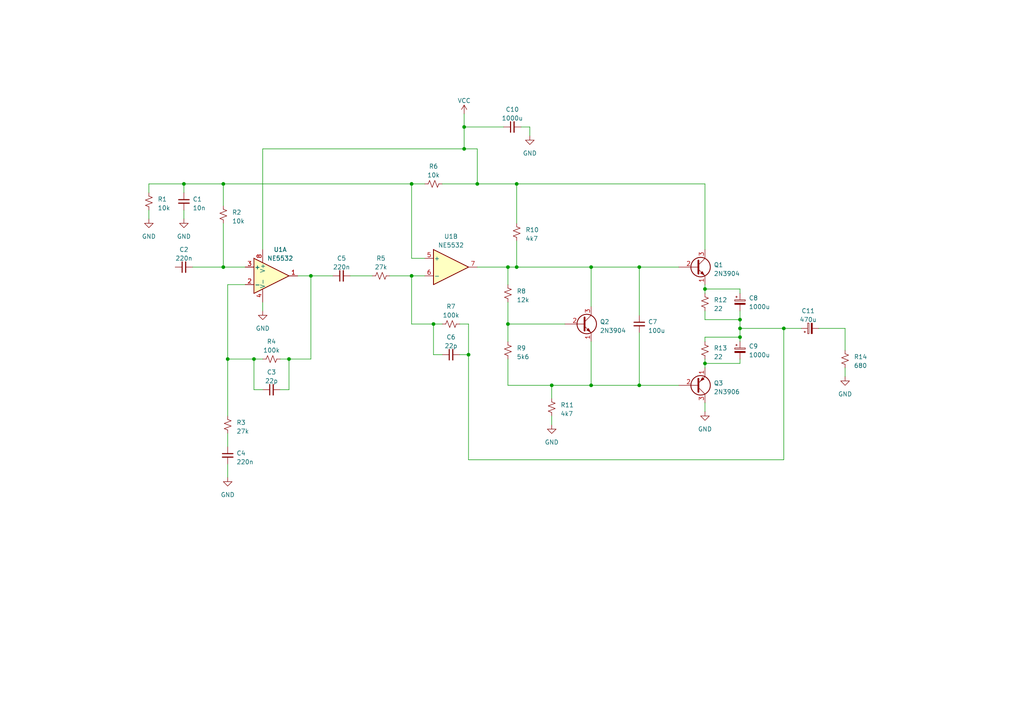
<source format=kicad_sch>
(kicad_sch (version 20230121) (generator eeschema)
  (paper "A4")
  (lib_symbols
    (symbol "Amplifier_Operational:NE5532" (pin_names (offset 0.127))
      (property "Reference" "U" (at 0 5.08 0))
      (property "Value" "NE5532" (at 0 -5.08 0))
      (symbol "NE5532_1_1"
        (polyline (pts (xy -5.08 5.08) (xy 5.08 0) (xy -5.08 -5.08) (xy -5.08 5.08)) (stroke (width 0.254)) (fill (type background)))
        (pin output line (at 7.62 0 180) (length 2.54) (name "~") (number "1"))
        (pin input line (at -7.62 -2.54 0) (length 2.54) (name "-") (number "2"))
        (pin input line (at -7.62 2.54 0) (length 2.54) (name "+") (number "3"))
      )
      (symbol "NE5532_2_1"
        (polyline (pts (xy -5.08 5.08) (xy 5.08 0) (xy -5.08 -5.08) (xy -5.08 5.08)) (stroke (width 0.254)) (fill (type background)))
        (pin input line (at -7.62 2.54 0) (length 2.54) (name "+") (number "5"))
        (pin input line (at -7.62 -2.54 0) (length 2.54) (name "-") (number "6"))
        (pin output line (at 7.62 0 180) (length 2.54) (name "~") (number "7"))
      )
      (symbol "NE5532_3_1"
        (pin power_in line (at -2.54 -7.62 90) (length 3.81) (name "V-") (number "4"))
        (pin power_in line (at -2.54 7.62 270) (length 3.81) (name "V+") (number "8"))
      )
    )
    (symbol "Device:C_Polarized_Small" (pin_numbers hide) (pin_names (offset 0.254) hide)
      (property "Reference" "C" (at 0.254 1.778 0))
      (property "Value" "C_Polarized_Small" (at 0.254 -2.032 0))
      (symbol "C_Polarized_Small_0_1"
        (rectangle (start -1.524 -0.3048) (end 1.524 -0.6858) (fill (type outline)))
        (rectangle (start -1.524 0.6858) (end 1.524 0.3048))
        (polyline (pts (xy -1.27 1.524) (xy -0.762 1.524)))
        (polyline (pts (xy -1.016 1.27) (xy -1.016 1.778)))
      )
      (symbol "C_Polarized_Small_1_1"
        (pin passive line (at 0 2.54 270) (length 1.8542) (name "~") (number "1"))
        (pin passive line (at 0 -2.54 90) (length 1.8542) (name "~") (number "2"))
      )
    )
    (symbol "Device:C_Small" (pin_numbers hide) (pin_names (offset 0.254) hide)
      (property "Reference" "C" (at 0.254 1.778 0))
      (property "Value" "C_Small" (at 0.254 -2.032 0))
      (symbol "C_Small_0_1"
        (polyline (pts (xy -1.524 -0.508) (xy 1.524 -0.508)) (stroke (width 0.3302)))
        (polyline (pts (xy -1.524 0.508) (xy 1.524 0.508)) (stroke (width 0.3048)))
      )
      (symbol "C_Small_1_1"
        (pin passive line (at 0 2.54 270) (length 2.032) (name "~") (number "1"))
        (pin passive line (at 0 -2.54 90) (length 2.032) (name "~") (number "2"))
      )
    )
    (symbol "Device:R_Small_US" (pin_numbers hide) (pin_names (offset 0.254) hide)
      (property "Reference" "R" (at 0.762 0.508 0))
      (property "Value" "R_Small_US" (at 0.762 -1.016 0))
      (symbol "R_Small_US_1_1"
        (polyline (pts (xy 0 0) (xy 1.016 -0.381) (xy 0 -0.762) (xy -1.016 -1.143) (xy 0 -1.524)))
        (polyline (pts (xy 0 1.524) (xy 1.016 1.143) (xy 0 0.762) (xy -1.016 0.381) (xy 0 0)))
        (pin passive line (at 0 2.54 270) (length 1.016) (name "~") (number "1"))
        (pin passive line (at 0 -2.54 90) (length 1.016) (name "~") (number "2"))
      )
    )
    (symbol "Transistor_BJT:2N3904" (pin_names (offset 0) hide)
      (property "Reference" "Q" (at 5.08 1.905 0))
      (property "Value" "2N3904" (at 5.08 0 0))
      (symbol "2N3904_0_1"
        (polyline (pts (xy 0.635 0.635) (xy 2.54 2.54)))
        (polyline (pts (xy 0.635 -0.635) (xy 2.54 -2.54) (xy 2.54 -2.54)))
        (polyline (pts (xy 0.635 1.905) (xy 0.635 -1.905) (xy 0.635 -1.905)) (stroke (width 0.508)))
        (polyline (pts (xy 1.27 -1.778) (xy 1.778 -1.27) (xy 2.286 -2.286) (xy 1.27 -1.778) (xy 1.27 -1.778)) (fill (type outline)))
        (circle (center 1.27 0) (radius 2.8194) (stroke (width 0.254)))
      )
      (symbol "2N3904_1_1"
        (pin passive line (at 2.54 -5.08 90) (length 2.54) (name "E") (number "1"))
        (pin passive line (at -5.08 0 0) (length 5.715) (name "B") (number "2"))
        (pin passive line (at 2.54 5.08 270) (length 2.54) (name "C") (number "3"))
      )
    )
    (symbol "Transistor_BJT:2N3906" (pin_names (offset 0) hide)
      (property "Reference" "Q" (at 5.08 1.905 0))
      (property "Value" "2N3906" (at 5.08 0 0))
      (symbol "2N3906_0_1"
        (polyline (pts (xy 0.635 0.635) (xy 2.54 2.54)))
        (polyline (pts (xy 0.635 -0.635) (xy 2.54 -2.54) (xy 2.54 -2.54)))
        (polyline (pts (xy 0.635 1.905) (xy 0.635 -1.905) (xy 0.635 -1.905)) (stroke (width 0.508)))
        (polyline (pts (xy 2.286 -1.778) (xy 1.778 -2.286) (xy 1.27 -1.27) (xy 2.286 -1.778) (xy 2.286 -1.778)) (fill (type outline)))
        (circle (center 1.27 0) (radius 2.8194) (stroke (width 0.254)))
      )
      (symbol "2N3906_1_1"
        (pin passive line (at 2.54 -5.08 90) (length 2.54) (name "E") (number "1"))
        (pin input line (at -5.08 0 0) (length 5.715) (name "B") (number "2"))
        (pin passive line (at 2.54 5.08 270) (length 2.54) (name "C") (number "3"))
      )
    )
    (symbol "power:GND" (power) (pin_names (offset 0))
      (property "Value" "GND" (at 0 -3.81 0))
      (symbol "GND_0_1"
        (polyline (pts (xy 0 0) (xy 0 -1.27) (xy 1.27 -1.27) (xy 0 -2.54) (xy -1.27 -1.27) (xy 0 -1.27)))
      )
      (symbol "GND_1_1"
        (pin power_in line (at 0 0 270) (length 0) hide (name "GND") (number "1"))
      )
    )
    (symbol "power:VCC" (power) (pin_names (offset 0))
      (property "Value" "VCC" (at 0 3.81 0))
      (symbol "VCC_0_1"
        (polyline (pts (xy -0.762 1.27) (xy 0 2.54)))
        (polyline (pts (xy 0 0) (xy 0 2.54)))
        (polyline (pts (xy 0 2.54) (xy 0.762 1.27)))
      )
      (symbol "VCC_1_1"
        (pin power_in line (at 0 0 90) (length 0) hide (name "VCC") (number "1"))
      )
    )
  )
  (junction (at 214.63 97.79))
  (junction (at 204.47 83.82))
  (junction (at 134.62 43.18))
  (junction (at 134.62 36.83))
  (junction (at 138.43 53.34))
  (junction (at 227.33 95.25))
  (junction (at 171.45 111.76))
  (junction (at 149.86 77.47))
  (junction (at 64.77 53.34))
  (junction (at 185.42 77.47))
  (junction (at 66.04 104.14))
  (junction (at 119.38 53.34))
  (junction (at 119.38 80.01))
  (junction (at 73.66 104.14))
  (junction (at 204.47 105.41))
  (junction (at 160.02 111.76))
  (junction (at 64.77 77.47))
  (junction (at 147.32 93.98))
  (junction (at 214.63 95.25))
  (junction (at 135.89 102.87))
  (junction (at 171.45 77.47))
  (junction (at 147.32 77.47))
  (junction (at 214.63 92.71))
  (junction (at 83.82 104.14))
  (junction (at 125.73 93.98))
  (junction (at 90.17 80.01))
  (junction (at 53.34 53.34))
  (junction (at 149.86 53.34))
  (junction (at 185.42 111.76))
  (wire (pts (xy 90.17 80.01) (xy 96.52 80.01)))
  (wire (pts (xy 204.47 92.71) (xy 214.63 92.71)))
  (wire (pts (xy 160.02 120.65) (xy 160.02 123.19)))
  (wire (pts (xy 133.35 93.98) (xy 135.89 93.98)))
  (wire (pts (xy 160.02 111.76) (xy 171.45 111.76)))
  (wire (pts (xy 90.17 104.14) (xy 83.82 104.14)))
  (wire (pts (xy 83.82 104.14) (xy 81.28 104.14)))
  (wire (pts (xy 53.34 53.34) (xy 64.77 53.34)))
  (wire (pts (xy 149.86 64.77) (xy 149.86 53.34)))
  (wire (pts (xy 214.63 95.25) (xy 214.63 97.79)))
  (wire (pts (xy 135.89 102.87) (xy 135.89 133.35)))
  (wire (pts (xy 113.03 80.01) (xy 119.38 80.01)))
  (wire (pts (xy 76.2 72.39) (xy 76.2 43.18)))
  (wire (pts (xy 66.04 104.14) (xy 66.04 120.65)))
  (wire (pts (xy 138.43 43.18) (xy 138.43 53.34)))
  (wire (pts (xy 66.04 134.62) (xy 66.04 138.43)))
  (wire (pts (xy 119.38 93.98) (xy 119.38 80.01)))
  (wire (pts (xy 147.32 93.98) (xy 147.32 99.06)))
  (wire (pts (xy 171.45 77.47) (xy 171.45 88.9)))
  (wire (pts (xy 237.49 95.25) (xy 245.11 95.25)))
  (wire (pts (xy 73.66 104.14) (xy 76.2 104.14)))
  (wire (pts (xy 147.32 77.47) (xy 147.32 82.55)))
  (wire (pts (xy 81.28 113.03) (xy 83.82 113.03)))
  (wire (pts (xy 204.47 72.39) (xy 204.47 53.34)))
  (wire (pts (xy 135.89 93.98) (xy 135.89 102.87)))
  (wire (pts (xy 147.32 87.63) (xy 147.32 93.98)))
  (wire (pts (xy 147.32 104.14) (xy 147.32 111.76)))
  (wire (pts (xy 76.2 113.03) (xy 73.66 113.03)))
  (wire (pts (xy 125.73 93.98) (xy 119.38 93.98)))
  (wire (pts (xy 204.47 116.84) (xy 204.47 119.38)))
  (wire (pts (xy 245.11 106.68) (xy 245.11 109.22)))
  (wire (pts (xy 128.27 102.87) (xy 125.73 102.87)))
  (wire (pts (xy 76.2 87.63) (xy 76.2 90.17)))
  (wire (pts (xy 134.62 33.02) (xy 134.62 36.83)))
  (wire (pts (xy 123.19 74.93) (xy 119.38 74.93)))
  (wire (pts (xy 147.32 77.47) (xy 138.43 77.47)))
  (wire (pts (xy 135.89 102.87) (xy 133.35 102.87)))
  (wire (pts (xy 204.47 105.41) (xy 214.63 105.41)))
  (wire (pts (xy 214.63 85.09) (xy 214.63 83.82)))
  (wire (pts (xy 43.18 60.96) (xy 43.18 63.5)))
  (wire (pts (xy 101.6 80.01) (xy 107.95 80.01)))
  (wire (pts (xy 76.2 43.18) (xy 134.62 43.18)))
  (wire (pts (xy 86.36 80.01) (xy 90.17 80.01)))
  (wire (pts (xy 134.62 43.18) (xy 138.43 43.18)))
  (wire (pts (xy 53.34 60.96) (xy 53.34 63.5)))
  (wire (pts (xy 171.45 77.47) (xy 185.42 77.47)))
  (wire (pts (xy 66.04 82.55) (xy 71.12 82.55)))
  (wire (pts (xy 43.18 53.34) (xy 53.34 53.34)))
  (wire (pts (xy 204.47 104.14) (xy 204.47 105.41)))
  (wire (pts (xy 227.33 95.25) (xy 232.41 95.25)))
  (wire (pts (xy 153.67 36.83) (xy 153.67 39.37)))
  (wire (pts (xy 214.63 97.79) (xy 214.63 99.06)))
  (wire (pts (xy 204.47 90.17) (xy 204.47 92.71)))
  (wire (pts (xy 66.04 125.73) (xy 66.04 129.54)))
  (wire (pts (xy 185.42 111.76) (xy 196.85 111.76)))
  (wire (pts (xy 134.62 36.83) (xy 146.05 36.83)))
  (wire (pts (xy 204.47 83.82) (xy 214.63 83.82)))
  (wire (pts (xy 119.38 74.93) (xy 119.38 53.34)))
  (wire (pts (xy 138.43 53.34) (xy 128.27 53.34)))
  (wire (pts (xy 204.47 99.06) (xy 204.47 97.79)))
  (wire (pts (xy 171.45 111.76) (xy 171.45 99.06)))
  (wire (pts (xy 151.13 36.83) (xy 153.67 36.83)))
  (wire (pts (xy 149.86 77.47) (xy 171.45 77.47)))
  (wire (pts (xy 134.62 36.83) (xy 134.62 43.18)))
  (wire (pts (xy 149.86 53.34) (xy 138.43 53.34)))
  (wire (pts (xy 64.77 77.47) (xy 71.12 77.47)))
  (wire (pts (xy 66.04 104.14) (xy 73.66 104.14)))
  (wire (pts (xy 147.32 77.47) (xy 149.86 77.47)))
  (wire (pts (xy 185.42 77.47) (xy 196.85 77.47)))
  (wire (pts (xy 204.47 53.34) (xy 149.86 53.34)))
  (wire (pts (xy 214.63 104.14) (xy 214.63 105.41)))
  (wire (pts (xy 55.88 77.47) (xy 64.77 77.47)))
  (wire (pts (xy 53.34 53.34) (xy 53.34 55.88)))
  (wire (pts (xy 227.33 133.35) (xy 227.33 95.25)))
  (wire (pts (xy 66.04 82.55) (xy 66.04 104.14)))
  (wire (pts (xy 119.38 80.01) (xy 123.19 80.01)))
  (wire (pts (xy 185.42 111.76) (xy 171.45 111.76)))
  (wire (pts (xy 119.38 53.34) (xy 64.77 53.34)))
  (wire (pts (xy 125.73 93.98) (xy 128.27 93.98)))
  (wire (pts (xy 214.63 95.25) (xy 227.33 95.25)))
  (wire (pts (xy 83.82 113.03) (xy 83.82 104.14)))
  (wire (pts (xy 204.47 97.79) (xy 214.63 97.79)))
  (wire (pts (xy 214.63 92.71) (xy 214.63 95.25)))
  (wire (pts (xy 204.47 83.82) (xy 204.47 85.09)))
  (wire (pts (xy 149.86 69.85) (xy 149.86 77.47)))
  (wire (pts (xy 125.73 102.87) (xy 125.73 93.98)))
  (wire (pts (xy 43.18 55.88) (xy 43.18 53.34)))
  (wire (pts (xy 185.42 77.47) (xy 185.42 91.44)))
  (wire (pts (xy 90.17 80.01) (xy 90.17 104.14)))
  (wire (pts (xy 245.11 95.25) (xy 245.11 101.6)))
  (wire (pts (xy 204.47 105.41) (xy 204.47 106.68)))
  (wire (pts (xy 119.38 53.34) (xy 123.19 53.34)))
  (wire (pts (xy 163.83 93.98) (xy 147.32 93.98)))
  (wire (pts (xy 73.66 104.14) (xy 73.66 113.03)))
  (wire (pts (xy 214.63 92.71) (xy 214.63 90.17)))
  (wire (pts (xy 185.42 96.52) (xy 185.42 111.76)))
  (wire (pts (xy 64.77 64.77) (xy 64.77 77.47)))
  (wire (pts (xy 64.77 53.34) (xy 64.77 59.69)))
  (wire (pts (xy 135.89 133.35) (xy 227.33 133.35)))
  (wire (pts (xy 160.02 111.76) (xy 160.02 115.57)))
  (wire (pts (xy 204.47 82.55) (xy 204.47 83.82)))
  (wire (pts (xy 147.32 111.76) (xy 160.02 111.76)))
  (symbol (lib_id "power:VCC") (at 134.62 33.02 0) (unit 1)
    (property "Reference" "#PWR04" (effects hide))
    (property "Value" "VCC" (at 134.62 29.21 0))
  )
  (symbol (lib_id "Device:R_Small_US") (at 204.47 87.63 0) (unit 1)
    (property "Reference" "R12" (at 207.01 86.995 0) (effects (justify left)))
    (property "Value" "22" (at 207.01 89.535 0) (effects (justify left)))
  )
  (symbol (lib_id "Device:C_Polarized_Small") (at 214.63 87.63 0) (unit 1)
    (property "Reference" "C8" (at 217.17 86.4489 0) (effects (justify left)))
    (property "Value" "1000u" (at 217.17 88.9889 0) (effects (justify left)))
  )
  (symbol (lib_id "power:GND") (at 53.34 63.5 0) (unit 1)
    (property "Reference" "#PWR02" (effects hide))
    (property "Value" "GND" (at 53.34 68.58 0))
  )
  (symbol (lib_id "Device:R_Small_US") (at 64.77 62.23 0) (unit 1)
    (property "Reference" "R2" (at 67.31 61.595 0) (effects (justify left)))
    (property "Value" "10k" (at 67.31 64.135 0) (effects (justify left)))
  )
  (symbol (lib_id "Amplifier_Operational:NE5532") (at 78.74 80.01 0) (unit 1)
    (property "Reference" "U1" (at 81.28 72.39 0))
    (property "Value" "NE5532" (at 81.28 74.93 0))
    (property "Datasheet" "http://www.ti.com/lit/ds/symlink/ne5532.pdf" (effects hide))
  )
  (symbol (lib_id "Device:C_Polarized_Small") (at 214.63 101.6 0) (unit 1)
    (property "Reference" "C9" (at 217.17 100.4189 0) (effects (justify left)))
    (property "Value" "1000u" (at 217.17 102.9589 0) (effects (justify left)))
  )
  (symbol (lib_id "Device:C_Polarized_Small") (at 234.95 95.25 90) (unit 1)
    (property "Reference" "C11" (at 234.4039 90.17 90))
    (property "Value" "470u" (at 234.4039 92.71 90))
  )
  (symbol (lib_id "power:GND") (at 160.02 123.19 0) (unit 1)
    (property "Reference" "#PWR06" (effects hide))
    (property "Value" "GND" (at 160.02 128.27 0))
  )
  (symbol (lib_id "Device:C_Small") (at 148.59 36.83 90) (unit 1)
    (property "Reference" "C10" (at 148.5963 31.75 90))
    (property "Value" "1000u" (at 148.5963 34.29 90))
  )
  (symbol (lib_id "Device:R_Small_US") (at 204.47 101.6 0) (unit 1)
    (property "Reference" "R13" (at 207.01 100.965 0) (effects (justify left)))
    (property "Value" "22" (at 207.01 103.505 0) (effects (justify left)))
  )
  (symbol (lib_id "power:GND") (at 66.04 138.43 0) (unit 1)
    (property "Reference" "#PWR03" (effects hide))
    (property "Value" "GND" (at 66.04 143.51 0))
  )
  (symbol (lib_id "Device:C_Small") (at 185.42 93.98 0) (unit 1)
    (property "Reference" "C7" (at 187.96 93.3513 0) (effects (justify left)))
    (property "Value" "100u" (at 187.96 95.8913 0) (effects (justify left)))
  )
  (symbol (lib_id "Transistor_BJT:2N3904") (at 201.93 77.47 0) (unit 1)
    (property "Reference" "Q1" (at 207.01 76.835 0) (effects (justify left)))
    (property "Value" "2N3904" (at 207.01 79.375 0) (effects (justify left)))
    (property "Footprint" "Package_TO_SOT_THT:TO-92_Inline" (effects hide))
    (property "Datasheet" "https://www.onsemi.com/pub/Collateral/2N3903-D.PDF" (effects hide))
  )
  (symbol (lib_id "Device:R_Small_US") (at 66.04 123.19 0) (unit 1)
    (property "Reference" "R3" (at 68.58 122.555 0) (effects (justify left)))
    (property "Value" "27k" (at 68.58 125.095 0) (effects (justify left)))
  )
  (symbol (lib_id "power:GND") (at 43.18 63.5 0) (unit 1)
    (property "Reference" "#PWR01" (effects hide))
    (property "Value" "GND" (at 43.18 68.58 0))
  )
  (symbol (lib_id "Device:R_Small_US") (at 147.32 101.6 0) (unit 1)
    (property "Reference" "R9" (at 149.86 100.965 0) (effects (justify left)))
    (property "Value" "5k6" (at 149.86 103.505 0) (effects (justify left)))
  )
  (symbol (lib_id "Device:C_Small") (at 78.74 113.03 90) (unit 1)
    (property "Reference" "C3" (at 78.7463 107.95 90))
    (property "Value" "22p" (at 78.7463 110.49 90))
  )
  (symbol (lib_id "Amplifier_Operational:NE5532") (at 130.81 77.47 0) (unit 2)
    (property "Reference" "U1" (at 130.81 68.58 0))
    (property "Value" "NE5532" (at 130.81 71.12 0))
    (property "Datasheet" "http://www.ti.com/lit/ds/symlink/ne5532.pdf" (effects hide))
  )
  (symbol (lib_id "Device:C_Small") (at 130.81 102.87 90) (unit 1)
    (property "Reference" "C6" (at 130.8163 97.79 90))
    (property "Value" "22p" (at 130.8163 100.33 90))
  )
  (symbol (lib_id "power:GND") (at 153.67 39.37 0) (unit 1)
    (property "Reference" "#PWR09" (effects hide))
    (property "Value" "GND" (at 153.67 44.45 0))
  )
  (symbol (lib_id "Device:R_Small_US") (at 110.49 80.01 90) (unit 1)
    (property "Reference" "R5" (at 110.49 74.93 90))
    (property "Value" "27k" (at 110.49 77.47 90))
  )
  (symbol (lib_id "Device:C_Small") (at 53.34 58.42 0) (unit 1)
    (property "Reference" "C1" (at 55.88 57.7913 0) (effects (justify left)))
    (property "Value" "10n" (at 55.88 60.3313 0) (effects (justify left)))
  )
  (symbol (lib_id "power:GND") (at 76.2 90.17 0) (unit 1)
    (property "Reference" "#PWR05" (effects hide))
    (property "Value" "GND" (at 76.2 95.25 0))
  )
  (symbol (lib_id "Device:R_Small_US") (at 160.02 118.11 0) (unit 1)
    (property "Reference" "R11" (at 162.56 117.475 0) (effects (justify left)))
    (property "Value" "4k7" (at 162.56 120.015 0) (effects (justify left)))
  )
  (symbol (lib_id "Amplifier_Operational:NE5532") (at 78.74 80.01 0) (unit 3)
    (property "Reference" "U1" (effects hide))
    (property "Value" "NE5532" (effects hide))
    (property "Datasheet" "http://www.ti.com/lit/ds/symlink/ne5532.pdf" (effects hide))
  )
  (symbol (lib_id "Device:R_Small_US") (at 78.74 104.14 90) (unit 1)
    (property "Reference" "R4" (at 78.74 99.06 90))
    (property "Value" "100k" (at 78.74 101.6 90))
  )
  (symbol (lib_id "Transistor_BJT:2N3906") (at 201.93 111.76 0) (mirror x) (unit 1)
    (property "Reference" "Q3" (at 207.01 111.125 0) (effects (justify left)))
    (property "Value" "2N3906" (at 207.01 113.665 0) (effects (justify left)))
    (property "Footprint" "Package_TO_SOT_THT:TO-92_Inline" (effects hide))
    (property "Datasheet" "https://www.onsemi.com/pub/Collateral/2N3906-D.PDF" (effects hide))
  )
  (symbol (lib_id "power:GND") (at 245.11 109.22 0) (unit 1)
    (property "Reference" "#PWR08" (effects hide))
    (property "Value" "GND" (at 245.11 114.3 0))
  )
  (symbol (lib_id "Transistor_BJT:2N3904") (at 168.91 93.98 0) (unit 1)
    (property "Reference" "Q2" (at 173.99 93.345 0) (effects (justify left)))
    (property "Value" "2N3904" (at 173.99 95.885 0) (effects (justify left)))
    (property "Footprint" "Package_TO_SOT_THT:TO-92_Inline" (effects hide))
    (property "Datasheet" "https://www.onsemi.com/pub/Collateral/2N3903-D.PDF" (effects hide))
  )
  (symbol (lib_id "Device:R_Small_US") (at 149.86 67.31 0) (unit 1)
    (property "Reference" "R10" (at 152.4 66.675 0) (effects (justify left)))
    (property "Value" "4k7" (at 152.4 69.215 0) (effects (justify left)))
  )
  (symbol (lib_id "Device:C_Small") (at 53.34 77.47 90) (unit 1)
    (property "Reference" "C2" (at 53.3463 72.39 90))
    (property "Value" "220n" (at 53.3463 74.93 90))
  )
  (symbol (lib_id "Device:R_Small_US") (at 125.73 53.34 90) (unit 1)
    (property "Reference" "R6" (at 125.73 48.26 90))
    (property "Value" "10k" (at 125.73 50.8 90))
  )
  (symbol (lib_id "power:GND") (at 204.47 119.38 0) (unit 1)
    (property "Reference" "#PWR07" (effects hide))
    (property "Value" "GND" (at 204.47 124.46 0))
  )
  (symbol (lib_id "Device:R_Small_US") (at 130.81 93.98 90) (unit 1)
    (property "Reference" "R7" (at 130.81 88.9 90))
    (property "Value" "100k" (at 130.81 91.44 90))
  )
  (symbol (lib_id "Device:R_Small_US") (at 43.18 58.42 0) (unit 1)
    (property "Reference" "R1" (at 45.72 57.785 0) (effects (justify left)))
    (property "Value" "10k" (at 45.72 60.325 0) (effects (justify left)))
  )
  (symbol (lib_id "Device:C_Small") (at 66.04 132.08 0) (unit 1)
    (property "Reference" "C4" (at 68.58 131.4513 0) (effects (justify left)))
    (property "Value" "220n" (at 68.58 133.9913 0) (effects (justify left)))
  )
  (symbol (lib_id "Device:C_Small") (at 99.06 80.01 90) (unit 1)
    (property "Reference" "C5" (at 99.0663 74.93 90))
    (property "Value" "220n" (at 99.0663 77.47 90))
  )
  (symbol (lib_id "Device:R_Small_US") (at 245.11 104.14 0) (unit 1)
    (property "Reference" "R14" (at 247.65 103.505 0) (effects (justify left)))
    (property "Value" "680" (at 247.65 106.045 0) (effects (justify left)))
  )
  (symbol (lib_id "Device:R_Small_US") (at 147.32 85.09 0) (unit 1)
    (property "Reference" "R8" (at 149.86 84.455 0) (effects (justify left)))
    (property "Value" "12k" (at 149.86 86.995 0) (effects (justify left)))
  )
)
</source>
